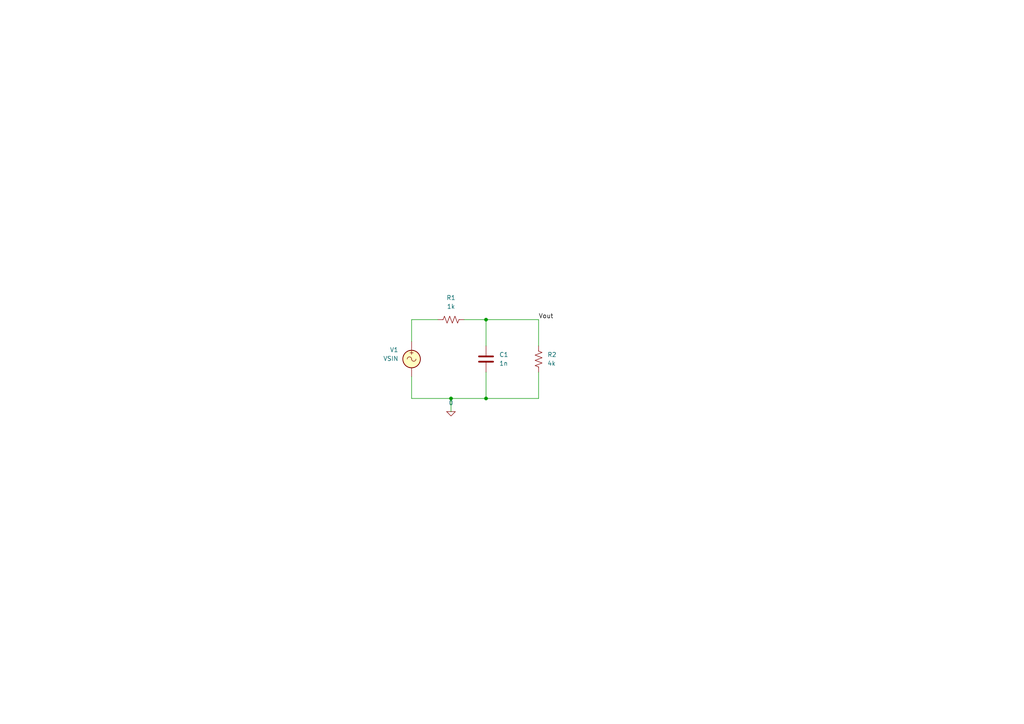
<source format=kicad_sch>
(kicad_sch (version 20250114) (generator "eeschema") (generator_version "9.0")
  (paper "A4")
  (title_block (title "RC AC & Transient Analysis") (date "2025-10-04") (company "Duke University") (comment 1 "BME253L") (comment 2 "Mark Palmeri"))
  (lib_symbols
    (symbol "Device:C" (pin_numbers (hide yes)) (pin_names (offset 0.254))
      (property "Reference" "C" (at 0.635 2.54 0))
      (property "Value" "C" (at 0.635 -2.54 0))
      (symbol "C_0_1"
        (polyline (pts (xy -2.032 0.762) (xy 2.032 0.762)) (stroke (width 0.508)))
        (polyline (pts (xy -2.032 -0.762) (xy 2.032 -0.762)) (stroke (width 0.508)))
      )
      (symbol "C_1_1"
        (pin passive line (at 0 3.81 270) (length 2.794) (name "~") (number "1"))
        (pin passive line (at 0 -3.81 90) (length 2.794) (name "~") (number "2"))
      )
    )
    (symbol "Device:R_US" (pin_numbers (hide yes)) (pin_names (offset 0))
      (property "Reference" "R" (at 2.54 0 90))
      (property "Value" "R_US" (at -2.54 0 90))
      (symbol "R_US_0_1"
        (polyline (pts (xy 0 2.286) (xy 0 2.54)))
        (polyline (pts (xy 0 2.286) (xy 1.016 1.905) (xy 0 1.524) (xy -1.016 1.143) (xy 0 0.762)))
        (polyline (pts (xy 0 0.762) (xy 1.016 0.381) (xy 0 0) (xy -1.016 -0.381) (xy 0 -0.762)))
        (polyline (pts (xy 0 -0.762) (xy 1.016 -1.143) (xy 0 -1.524) (xy -1.016 -1.905) (xy 0 -2.286)))
        (polyline (pts (xy 0 -2.286) (xy 0 -2.54)))
      )
      (symbol "R_US_1_1"
        (pin passive line (at 0 3.81 270) (length 1.27) (name "~") (number "1"))
        (pin passive line (at 0 -3.81 90) (length 1.27) (name "~") (number "2"))
      )
    )
    (symbol "Simulation_SPICE:0" (power) (pin_numbers (hide yes)) (pin_names (offset 0) (hide yes))
      (property "Value" "0" (at 0 -2.54 0))
      (symbol "0_0_1"
        (polyline (pts (xy -1.27 0) (xy 0 -1.27) (xy 1.27 0) (xy -1.27 0)))
      )
      (symbol "0_1_1"
        (pin power_in line (at 0 0 0) (length 0) (name "~") (number "1"))
      )
    )
    (symbol "Simulation_SPICE:VSIN" (pin_numbers (hide yes)) (pin_names (offset 0.0254))
      (property "Reference" "V" (at 2.54 2.54 0))
      (property "Value" "VSIN" (at 2.54 0 0))
      (property "Sim.Params" "dc=0 ampl=1 f=1k ac=1" (at 2.54 -2.54 0))
      (symbol "VSIN_0_0"
        (arc (start -1.27 0) (mid -0.635 0.6323) (end 0 0))
        (arc (start 1.27 0) (mid 0.635 -0.6323) (end 0 0))
        (text "+" (at 0 1.905 0) (effects (font (size 1.27 1.27))))
      )
      (symbol "VSIN_0_1"
        (circle (center 0 0) (radius 2.54) (stroke (width 0.254)) (fill (type background)))
      )
      (symbol "VSIN_1_1"
        (pin passive line (at 0 5.08 270) (length 2.54) (name "~") (number "1"))
        (pin passive line (at 0 -5.08 90) (length 2.54) (name "~") (number "2"))
      )
    )
  )
  (junction (at 130.81 115.57))
  (junction (at 140.97 92.71))
  (junction (at 140.97 115.57))
  (wire (pts (xy 119.38 92.71) (xy 127 92.71)))
  (wire (pts (xy 119.38 109.22) (xy 119.38 115.57)))
  (wire (pts (xy 119.38 115.57) (xy 130.81 115.57)))
  (wire (pts (xy 134.62 92.71) (xy 140.97 92.71)))
  (wire (pts (xy 140.97 92.71) (xy 156.21 92.71)))
  (wire (pts (xy 140.97 92.71) (xy 140.97 100.33)))
  (wire (pts (xy 156.21 107.95) (xy 156.21 115.57)))
  (wire (pts (xy 156.21 115.57) (xy 140.97 115.57)))
  (wire (pts (xy 119.38 99.06) (xy 119.38 92.71)))
  (wire (pts (xy 140.97 115.57) (xy 140.97 107.95)))
  (wire (pts (xy 156.21 92.71) (xy 156.21 100.33)))
  (wire (pts (xy 140.97 115.57) (xy 130.81 115.57)))
  (wire (pts (xy 130.81 115.57) (xy 130.81 119.38)))
  (label "Vout" (at 156.21 92.71 0))
  (symbol (lib_id "Device:R_US") (at 130.81 92.71 90) (unit 1)
    (property "Reference" "R1" (at 130.81 86.36 90))
    (property "Value" "1k" (at 130.81 88.9 90))
    (property "Description" "Resistor, US symbol" (effects (hide yes)))
  )
  (symbol (lib_id "Device:R_US") (at 156.21 104.14 0) (unit 1)
    (property "Reference" "R2" (at 158.75 102.8699 0) (effects (justify left)))
    (property "Value" "4k" (at 158.75 105.4099 0) (effects (justify left)))
    (property "Description" "Resistor, US symbol" (effects (hide yes)))
  )
  (symbol (lib_id "Device:C") (at 140.97 104.14 0) (unit 1)
    (property "Reference" "C1" (at 144.78 102.8699 0) (effects (justify left)))
    (property "Value" "1n" (at 144.78 105.4099 0) (effects (justify left)))
    (property "Description" "Unpolarized capacitor" (effects (hide yes)))
  )
  (symbol (lib_id "Simulation_SPICE:0") (at 130.81 119.38 0) (unit 1)
    (property "Reference" "#GND01" (effects (hide yes)))
    (property "Value" "0" (at 130.81 116.84 0))
    (property "Datasheet" "https://ngspice.sourceforge.io/docs/ngspice-html-manual/manual.xhtml#subsec_Circuit_elements__device" (effects (hide yes)))
    (property "Description" "0V reference potential for simulation" (effects (hide yes)))
  )
  (symbol (lib_id "Simulation_SPICE:VSIN") (at 119.38 104.14 0) (unit 1)
    (property "Reference" "V1" (at 115.57 101.4701 0) (effects (justify right)))
    (property "Value" "VSIN" (at 115.57 104.0101 0) (effects (justify right)))
    (property "Datasheet" "https://ngspice.sourceforge.io/docs/ngspice-html-manual/manual.xhtml#sec_Independent_Sources_for" (effects (hide yes)))
    (property "Description" "Voltage source, sinusoidal" (effects (hide yes)))
    (property "Sim.Pins" "1=+ 2=-" (effects (hide yes)))
    (property "Sim.Params" "dc=0 ampl=1 f=120k td=0 theta=0 phase=0 ac=12" (effects (hide yes)))
    (property "Sim.Type" "SIN" (effects (hide yes)))
    (property "Sim.Device" "V" (effects (hide yes)))
  )
)
</source>
